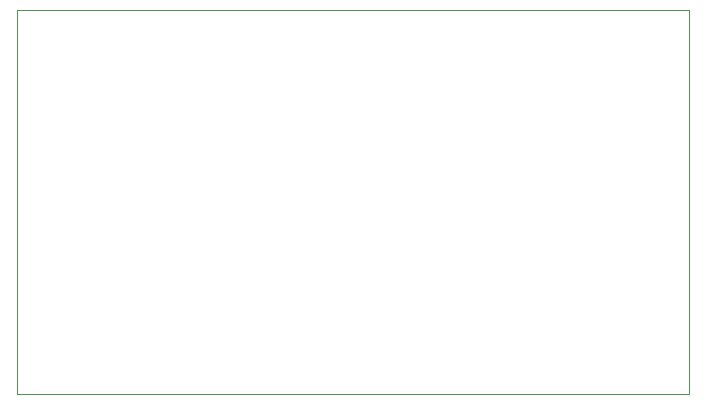
<source format=gbr>
%TF.GenerationSoftware,KiCad,Pcbnew,(6.0.6)*%
%TF.CreationDate,2023-03-14T09:51:42+01:00*%
%TF.ProjectId,Anemometre,416e656d-6f6d-4657-9472-652e6b696361,rev?*%
%TF.SameCoordinates,Original*%
%TF.FileFunction,Profile,NP*%
%FSLAX46Y46*%
G04 Gerber Fmt 4.6, Leading zero omitted, Abs format (unit mm)*
G04 Created by KiCad (PCBNEW (6.0.6)) date 2023-03-14 09:51:42*
%MOMM*%
%LPD*%
G01*
G04 APERTURE LIST*
%TA.AperFunction,Profile*%
%ADD10C,0.100000*%
%TD*%
G04 APERTURE END LIST*
D10*
X75184000Y-57404000D02*
X132080000Y-57404000D01*
X132080000Y-57404000D02*
X132080000Y-89916000D01*
X132080000Y-89916000D02*
X75184000Y-89916000D01*
X75184000Y-89916000D02*
X75184000Y-57404000D01*
M02*

</source>
